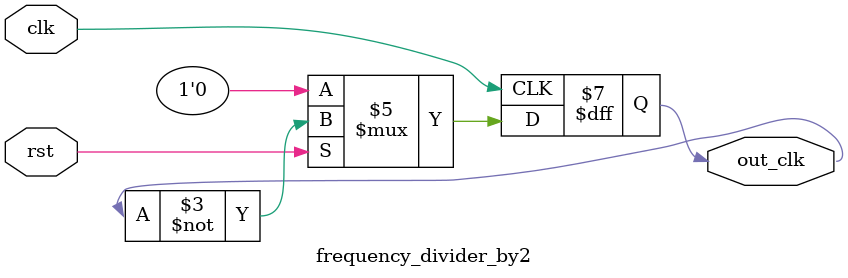
<source format=v>
module image_processor(clk, rst, rst1, data_r, data_g, data_b, hsync, vsync, clk_25M, filter, k_in, store, led_store, led_display, div);

input clk,rst;
input rst1;
input [2:0] filter; 		//set filter enable inputs
   	parameter ID=3'd0;   	//identity
   	parameter INV=3'd1;     //invert 
   	parameter BL=3'd2;      //brighten        
   	parameter BR=3'd3;      //blur
   	parameter CUST=3'd4;    //custom  

input [2:0]k_in;           	//custom kernel inputs
input store;			//store values signal (button)
input div;			//choose between custom divide options (switch)


///////////////////////////////////////////////////////////////////////////////VGA

   
parameter    WIDTH  = 200;    		//image width
parameter    HEIGHT  = 200;   		//image height

output reg [7:0] data_r;		//RGB outputs
output reg [7:0] data_g;
output reg [7:0] data_b;
output reg hsync;			//horizontal synchronization signal
output reg vsync;			//vertical synchronization signal
output clk_25M;				//25MHz VGA clk

reg [9:0] x_cnt;			//horizontal counter
reg [9:0] y_cnt;			//vertical counter


frequency_divider_by2 my_fdb2(clk,rst,clk_25M); // generate VGA_clock


   parameter H_SYNC_END   = 96;     	//h-sync end time
   parameter V_SYNC_END   = 2;      	//V- sync end time
   parameter H_SYNC_TOTAL = 800;    	//h-total
   parameter V_SYNC_TOTAL = 524;    	//v-total
	
																									
   always@(posedge clk_25M or negedge rst)	//horizontal scan
   begin  
       if(!rst) begin x_cnt <= 10'd0;end
       else if (x_cnt == H_SYNC_TOTAL) begin x_cnt <= 10'd0;end
       else begin x_cnt <= x_cnt + 1'b1;end
   end
   
   always@(posedge clk_25M or negedge rst)	//vertical scan
   begin    
       if(!rst) begin y_cnt <= 10'd0;end
       else if  (y_cnt == V_SYNC_TOTAL)begin y_cnt <= 10'd0;end
       else if (x_cnt == H_SYNC_TOTAL) begin y_cnt <= y_cnt + 1'b1;end
       else begin y_cnt <= y_cnt;end
   end
    
   always@(posedge clk_25M or negedge rst)  	//H_SYNC signal  
   begin
       if(!rst) begin hsync <= 1'd0;end
       else if (x_cnt == 10'd0)begin hsync <= 1'b0;end
       else if (x_cnt == H_SYNC_END)begin hsync <= 1'b1;end
       else  begin hsync <= hsync;end
   end
    
   always@(posedge clk_25M or negedge rst)	//V_SYNC signal
   begin    
       if(!rst) begin vsync <= 1'd0;end
       else if (y_cnt == 10'd0) begin vsync <= 1'b0;end
       else if (y_cnt == V_SYNC_END) begin vsync <= 1'b1;end
       else  begin vsync <= vsync;   end
   end 
    
 
 ///////////////////////////////////////////////////////////////////////////////Memory
 
 
// addresses for all memories
    reg [15:0] addr;
     reg [15:0] addr1;
      reg [15:0] addr2;
       reg [15:0] addr3;
        reg [15:0] addr4;
         reg [15:0] addr5;
          reg [15:0] addr6;
           reg [15:0] addr7;
            reg [15:0] addr8;
				
// output for all memories
    wire[7:0] q;
    wire[7:0] q1;
    wire[7:0] q2;
    wire[7:0] q3;
    wire[7:0] q4;
    wire[7:0] q5;
    wire[7:0] q6;
    wire[7:0] q7;
    wire[7:0] q8;
    
// memory module for retrieving image data from ROM
    MEM myPic(addr,clk_25M,q);
    MEM1 myPic1(addr1,clk_25M,q1);
    MEM2 myPic2(addr2,clk_25M,q2);
    MEM3 myPic3(addr3,clk_25M,q3);
    MEM4 myPic4(addr4,clk_25M,q4);
    MEM5 myPic5(addr5,clk_25M,q5);
    MEM6 myPic6(addr6,clk_25M,q6);
    MEM7 myPic7(addr7,clk_25M,q7);
    MEM8 myPic8(addr8,clk_25M,q8);
    
    
///////////////////////////////////////////////////////////////////////////////State Machine


parameter ST=4'd0;
parameter identity=4'd1;
parameter blur=4'd2;
parameter brighten=4'd3;
parameter invert=4'd4;                	//set states
parameter custom=4'd5;
	parameter input_value=4'd6;
   	parameter store_value=4'd7;
	parameter check=4'd8;
	parameter i_increment=4'd9;
   	parameter display_custom=4'd10; 

reg [3:0]S;				//state machine control bits
reg [3:0]NS;
reg [2:0]k[0:8];			//kernel register
reg [2:0]k_custom[0:8];                 //custom kernel storage register
reg [6:0]divide;			//divide value register
reg [3:0]i;				//index

output reg [8:0] led_store;		//output LED signals
output reg led_display;

always@(posedge clk_25M or negedge rst)	//set state machine clock to VGA clock to synchronize with VGA output
begin 
	if (rst==1'b0) begin
		S<=NS; end
   	else begin
        	S<=NS; end
end

always@(*)					//State Transition Controls
      	case(S)
		ST: begin					//START state for code initialization
			case(filter)				//case statement instantly directs to selected filter
				ID:  	NS=identity;
				INV:  	NS=invert;
				BL:   	NS=blur;
               			BR:   	NS=brighten;
              			CUST: 	NS=custom;
            		endcase
         	end
			
		identity:begin					//IDENTITY state for identity kernel
			case(filter)
				ID:  	NS=identity;
				INV:  	NS=invert;
				BL:   	NS=blur;
               			BR:   	NS=brighten;
               			CUST: 	NS=custom;
            		endcase
         	end
			
        	blur:begin					//BLUR state for gaussian blur kernel
           		case(filter)
				ID:  	NS=identity;
				INV:  	NS=invert;
				BL:   	NS=blur;
               			BR:   	NS=brighten;
              			CUST: 	NS=custom;
            		endcase
        	end
			
         	brighten:begin					//BRIGHTEN state for brighten kernel
            		case(filter)
				ID:  	NS=identity;
				INV:  	NS=invert;
				BL:   	NS=blur;
               			BR:   	NS=brighten;
               			CUST: 	NS=custom;
            		endcase
         	end
			
         	invert:begin					//INVERT state directs to inversion formula (NOT a kernel implementation)
           		case(filter)
				ID:  	NS=identity;
				INV:  	NS=invert;
				BL:   	NS=blur;
               			BR:   	NS=brighten;
               			CUST: 	NS=custom;
            		endcase
         	end
			
		custom:begin            			//CUSTOM state initiates custom kernel filter sequence by sending automatically to INPUT_VALUE
			case(filter)
				ID:  	NS=identity;
				INV: 	NS=invert;
				BL:   	NS=blur;
               			BR:   	NS=brighten;
               			CUST:	if(store==1) begin
						NS=input_value; end
				 	else begin
				        	NS=custom; end
            		endcase
		end
			
		input_value: begin				//INPUT_VALUE state waits for user button push to send to STORE_VALUE
            		case(filter)
				ID: 	NS=identity;
				INV:  	NS=invert;
				BL:   	NS=blur;
               			BR:   	NS=brighten;
              	 		CUST:	if(store==0) begin
						NS=store_value; end
					else begin
						NS=input_value; end
            		endcase			
		end
			
		store_value: begin				//STORE_VALUE state automatically sends to check state 
            		case(filter)
				ID:  	NS=identity;
				INV:  	NS=invert;
				BL:   	NS=blur;
               			BR:   	NS=brighten;
				CUST: 	NS=check;
            		endcase
		end
				
		check:begin					//CHECK state checks custom_kernel index and if full sends to DISPLAY_CUSTOM
			case(filter)				//else sends to I_INCREMENT to increment kernel index value
				ID:  	NS=identity;
				INV:  	NS=invert;
				BL:   	NS=blur;
               			BR:   	NS=brighten;
				CUST:	if(store==1) begin
					NS=i_increment; end
						else if(i>7) begin
							NS=display_custom;end
						else begin
							NS=check; end
			endcase
		end
			
		i_increment:begin				//I_INCREMENT state increments kernel index value and automatically sends back to INPUT_VALUE for next kernel input
            		case(filter)
				ID:  	NS=identity;
				INV:  	NS=invert;
				BL:   	NS=blur;
             			BR:   	NS=brighten;
               			CUST: 	NS=input_value;  
			endcase
		end
				
         	display_custom:begin				//DISPLAY_CUSTOM state ends custom kernel sequence and waits for next filter selection
            		case(filter)
				ID:  	NS=identity;
				INV:  	NS=invert;
				BL:   	NS=blur;
               			BR:   	NS=brighten;
               			CUST: 	NS=display_custom;
            		endcase         	
		end
      endcase

always@(posedge clk_25M or negedge rst)		//State outputs
begin
   	if(rst==1'b0) begin					//resets kernel values to identity matrix when rst=0
		k[0]=0;
		k[1]=0;
		k[2]=0;
		k[3]=0;
		k[4]=1;
		k[5]=0;
		k[6]=0;
		k[7]=0;
		k[8]=0;
		led_store[8:0]=0;				//turns off LEDs in case previously turned on from custom state
		led_display=0;
		divide=1; end					//divide by 1 ensures proper image output
	else
	begin
		case(S)
			identity:begin				//sets kernel values to identity matrix
				k[0]=0;
				k[1]=0;
				k[2]=0;
				k[3]=0;
				k[4]=1;
				k[5]=0;
				k[6]=0;
				k[7]=0;
				k[8]=0;
				led_store[8:0]=0;
				led_display=0;
				divide=1; end
				
			blur:begin				//sets kernel values to gaussian blur matrix
				k[0]=1;
				k[1]=2;
				k[2]=1;
				k[3]=2;
				k[4]=4;
				k[5]=2;
				k[6]=1;
				k[7]=2;
				k[8]=1; 
				led_store[8:0]=0;
				led_display=0;
				divide=16; end			//divide set to 16 to ensure sum of kernel values = 0
				
			brighten:begin				//sets kernel values to brighten matrix
				k[0]=0;
				k[1]=0;
				k[2]=0;
				k[3]=0;
				k[4]=3;
				k[5]=0;
				k[6]=0;
				k[7]=0;
				k[8]=0;
				led_store[8:0]=0;
				led_display=0;
				divide=2; end			//divide set to 2 to set appropriate brightness value (makes central kernel value 3/2)
				
			custom:begin				//sets kernel values to identity matrix while kernel inputs are being processed
				k[0]=0;
				k[1]=0;
				k[2]=0;
				k[3]=0;
				k[4]=1;
				k[5]=0;
				k[6]=0;
				k[7]=0;
				k[8]=0;
				divide=1;
				i=0;				//resets kernel register index to 0
				k_custom[0]=0;			//sets custom kernel storage register values to 0
				k_custom[1]=0;
				k_custom[2]=0;
				k_custom[3]=0;
				k_custom[4]=0;
				k_custom[5]=0;
				k_custom[6]=0;
				k_custom[7]=0;		
				k_custom[8]=0;						
				led_store[8:0]=0;		//ensures LED lights are turned off
				led_display=0;end
				
			input_value:begin					
				k[0]=0;
				k[1]=0;
				k[2]=0;
				k[3]=0;
				k[4]=1;
				k[5]=0;
				k[6]=0;
				k[7]=0;
				k[8]=0;
				divide=1;end
				
			store_value:begin						
				k[0]=0;
				k[1]=0;
				k[2]=0;
				k[3]=0;
				k[4]=1;
				k[5]=0;
				k[6]=0;
				k[7]=0;
				k[8]=0;
				divide=1;
				k_custom[i]=k_in;		//stores input values in custom kernel storage register 
				led_store[i]=1;end		//turns on LED particular to present index to inform user value has been stored
				
			check:begin
				k[0]=0;
				k[1]=0;
				k[2]=0;
				k[3]=0;
				k[4]=1;
				k[5]=0;
				k[6]=0;
				k[7]=0;
				k[8]=0;
				divide=1;end
				
			i_increment:begin
				k[0]=0;
				k[1]=0;
				k[2]=0;
				k[3]=0;
				k[4]=1;
				k[5]=0;
				k[6]=0;
				k[7]=0;
				k[8]=0;
				divide=1;
				i=i+1;end			//increments index
				
			display_custom:begin			//assigns custom kernel storage register values to output kernel
				k[0]=k_custom[0];
				k[1]=k_custom[1];
				k[2]=k_custom[2];
				k[3]=k_custom[3];
				k[4]=k_custom[4];
				k[5]=k_custom[5];
				k[6]=k_custom[6];
				k[7]=k_custom[7];
				k[8]=k_custom[8];
				if(div==1)begin			//conditional allows user to choose divide by sum of kernel values (blur) or divide by 1
					divide=k[0]+k[1]+k[2]+k[3]+k[4]+k[5]+k[6]+k[7]+k[8];end	
				else begin
					divide=1;end
				led_display=1;end		//turns output LED on to inform user that custom kernel has been applied to photo
		endcase
	end
end


///////////////////////////////////////////////////////////////////////////////Assign RGB outputs


always@(posedge clk_25M or negedge rst1)
begin
	if (!rst1) begin																	//sets RGB values to 0 when rst = 0
 
             data_r=8'b00000000;
             data_g=8'b00000000;
             data_b=8'b00000000;
             addr = 0;
            
   end
                
	else if(350<=x_cnt&&x_cnt<550 && 150<=y_cnt&&y_cnt<350 ) begin  //conditional for assigning RGB values when x count and y count are in the display range
	
		if(S==invert) begin 					//executes inversion algorithm when state=INVERT
			
			data_b[7:6]= 3-q[1:0];
			data_b[5:0]= 6'b111111;
	
			data_g[7:5]= 7-q[4:2];
			data_g[4:0]= 5'b11111;
			
			data_r[7:5]= 7-q[7:5];
			data_r[4:0]= 5'b11111;
			addr=(x_cnt-12)+(y_cnt+177)*10'd200;
			
		end 

		else begin 						//executes kernel convolution algorithm during all other states
		
			if(((k[0]*q[1:0]+k[1]*q1[1:0]+k[2]*q2[1:0]+k[3]*q3[1:0]+k[4]*q4[1:0]+k[5]*q5[1:0]+k[6]*q6[1:0]+k[7]*q7[1:0]+k[8]*q8[1:0])/divide)>3)	begin 
				data_b[7:6] = 2'd3;
				data_b[5:0]= 6'b111111;
				end 
		
			else begin 
				data_b[7:6]= ((k[0]*q[1:0]+k[1]*q1[1:0]+k[2]*q2[1:0]+k[3]*q3[1:0]+k[4]*q4[1:0]+k[5]*q5[1:0]+k[6]*q6[1:0]+k[7]*q7[1:0]+k[8]*q8[1:0])/divide);
				data_b[5:0]= 6'b111111;
				end 
	
			if((k[0]*q[4:2]+k[1]*q1[4:2]+k[2]*q2[4:2]+k[3]*q3[4:2]+k[4]*q4[4:2]+k[5]*q5[4:2]+k[6]*q6[4:2]+k[7]*q7[4:2]+k[8]*q8[4:2])/divide>7)	begin
				data_g[7:5]= 3'd7;
				data_g[4:0]= 5'b11111;
				end
			
			else begin
				data_g[7:5]= (k[0]*q[4:2]+k[1]*q1[4:2]+k[2]*q2[4:2]+k[3]*q3[4:2]+k[4]*q4[4:2]+k[5]*q5[4:2]+k[6]*q6[4:2]+k[7]*q7[4:2]+k[8]*q8[4:2])/divide;
				data_g[4:0]= 5'b11111;
				end
	
			if((k[0]*q[7:5]+k[1]*q1[7:5]+k[2]*q2[7:5]+k[3]*q3[7:5]+k[4]*q4[7:5]+k[5]*q5[7:5]+k[6]*q6[7:5]+k[7]*q7[7:5]+k[8]*q8[7:5])/divide>7)	begin
				data_r[7:5]= 3'd7;
				data_r[4:0]= 5'b11111;
				end
				
			else begin
				data_r[7:5]= (k[0]*q[7:5]+k[1]*q1[7:5]+k[2]*q2[7:5]+k[3]*q3[7:5]+k[4]*q4[7:5]+k[5]*q5[7:5]+k[6]*q6[7:5]+k[7]*q7[7:5]+k[8]*q8[7:5])/divide;
				data_r[4:0]= 5'b11111;
				end
  
			addr=(x_cnt-12)+(y_cnt+177)*10'd200-WIDTH-1;		//retrieves values at each kernel address from memory
			addr1=(x_cnt-12)+(y_cnt+177)*10'd200-WIDTH;
			addr2=(x_cnt-12)+(y_cnt+177)*10'd200-WIDTH+1;
			addr3=(x_cnt-12)+(y_cnt+177)*10'd200-1;
			addr4=(x_cnt-12)+(y_cnt+177)*10'd200;
			addr5=(x_cnt-12)+(y_cnt+177)*10'd200+1;
			addr6=(x_cnt-12)+(y_cnt+177)*10'd200+WIDTH-1;
			addr7=(x_cnt-12)+(y_cnt+177)*10'd200+WIDTH;
			addr8=(x_cnt-12)+(y_cnt+177)*10'd200+WIDTH+1;
	
		end 

	end

	else begin																			//otherwise sets RGB to 0
  
             data_r=8'b00000000;

             data_g=8'b00000000;

             data_b=8'b00000000;
               
   end 
	
end 
endmodule


///////////////////////////////////////////////////////////////////////////////VGA clock module


module frequency_divider_by2( clk ,rst,out_clk );
output reg out_clk;
input clk ;
input rst;
always @(posedge clk)
begin
if (~rst)
     out_clk <= 1'b0;
else
     out_clk <= ~out_clk;	
end
	
endmodule

</source>
